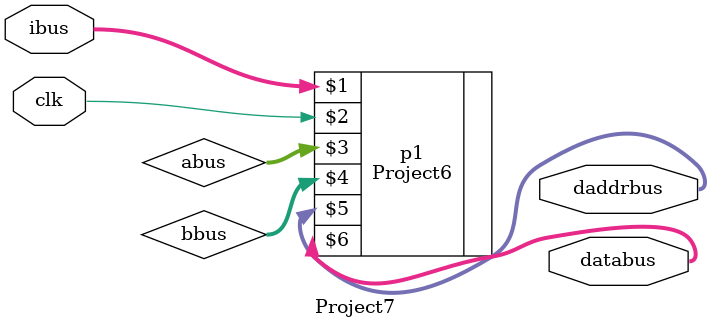
<source format=v>
module Project7(ibus,clk,daddrbus,databus);
input [31:0] ibus;
input clk;
output [31:0] databus;
output [31:0] daddrbus;
wire [31:0] abus,bbus;
//module Project6(ibus,clk,abus,bbus,dbus,Databus);
Project6 p1(ibus,clk,abus,bbus,daddrbus,databus);
endmodule

</source>
